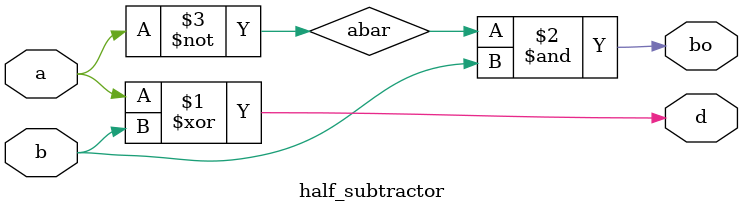
<source format=v>
`timescale 1ps/1ps

module half_subtractor (
    d,
    bo,
    a,
    b
);

    input a,b;
    output d,bo;

    wire abar;

    xor(d,a,b);
    not(abar,a);
    and(bo,abar,b); 
    
endmodule
</source>
